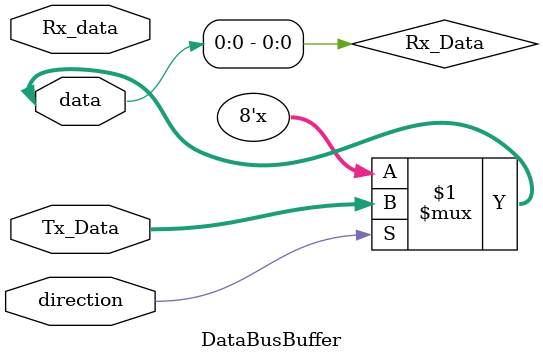
<source format=v>
module DataBusBuffer (
    inout [7:0] data, //internal bus when send ** output **  or bus from pc when read so **input** 
    input direction,  //1>>sending to pc
    input [7:0] Rx_data, //recieved data
    input [7:0] Tx_Data //sent data
);
 
assign data = direction ? Tx_Data : 8'bZ;
assign Rx_Data = data;

endmodule
</source>
